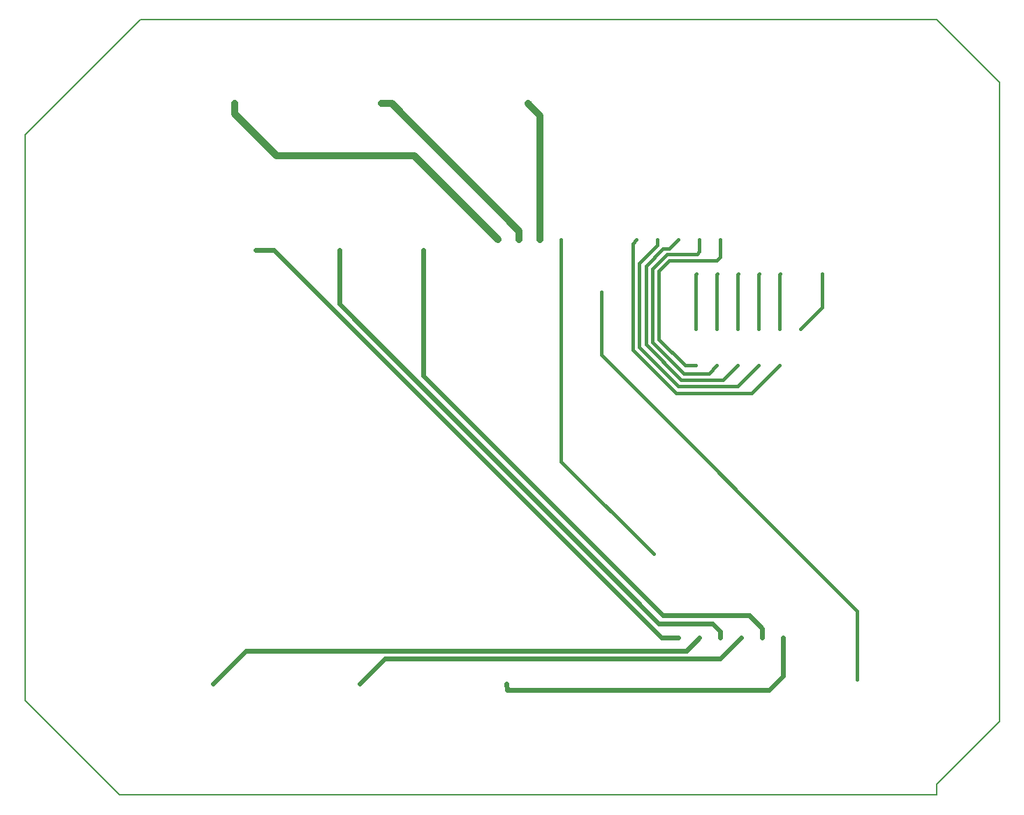
<source format=gbr>
G04 EAGLE Gerber RS-274X export*
G75*
%MOMM*%
%FSLAX34Y34*%
%LPD*%
%INBottom Copper*%
%IPPOS*%
%AMOC8*
5,1,8,0,0,1.08239X$1,22.5*%
G01*
%ADD10C,0.609600*%
%ADD11C,0.406400*%
%ADD12C,0.812800*%
%ADD13C,0.152400*%


D10*
X779400Y88900D02*
X779400Y42800D01*
X762000Y25400D01*
X444500Y25400D01*
X444100Y33600D01*
X754000Y88900D02*
X754000Y100075D01*
X738188Y115888D01*
X633413Y115888D01*
X342900Y406400D02*
X342900Y558800D01*
X342900Y406400D02*
X633413Y115888D01*
X296200Y63500D02*
X266300Y33600D01*
X296200Y63500D02*
X703200Y63500D01*
X728600Y88900D01*
X703200Y88900D02*
X703200Y96900D01*
X693738Y106363D01*
X628650Y106363D01*
X241300Y493713D02*
X241300Y558800D01*
X241300Y493713D02*
X628650Y106363D01*
X677800Y88900D02*
X677800Y88838D01*
X661988Y73025D01*
X127925Y73025D01*
X88500Y33600D01*
X631825Y88900D02*
X652400Y88900D01*
X161925Y558800D02*
X139700Y558800D01*
X161925Y558800D02*
X631825Y88900D01*
D11*
X703200Y550800D02*
X703200Y571500D01*
X703200Y550800D02*
X698500Y546100D01*
X641350Y546100D01*
X628650Y533400D01*
X628650Y450850D01*
X660400Y419100D01*
X673038Y419100D01*
X677800Y557150D02*
X677800Y571500D01*
X677800Y557150D02*
X674688Y554038D01*
X638175Y554038D01*
X620713Y536575D01*
X620713Y447675D01*
X658813Y409575D01*
X688913Y409575D01*
X698438Y419100D01*
X612775Y539750D02*
X633413Y560388D01*
X612775Y539750D02*
X612775Y444500D01*
X655638Y401638D01*
X706375Y401638D01*
X723838Y419100D01*
X641288Y560388D02*
X633413Y560388D01*
X641288Y560388D02*
X652400Y571500D01*
X627000Y571500D02*
X627000Y565088D01*
X604838Y542925D01*
X604838Y441325D01*
X652463Y393700D01*
X723838Y393700D01*
X749238Y419100D01*
X601600Y571438D02*
X601600Y571500D01*
X601600Y571438D02*
X596900Y566738D01*
X596900Y438150D01*
X649288Y385763D01*
X741300Y385763D01*
X774638Y419100D01*
X510160Y302640D02*
X510160Y571500D01*
X510160Y302640D02*
X622300Y190500D01*
D12*
X484760Y571500D02*
X484760Y721740D01*
X469900Y736600D01*
X459360Y582040D02*
X459360Y571500D01*
X459360Y582040D02*
X304800Y736600D01*
X292100Y736600D01*
X114300Y736600D02*
X114300Y723900D01*
X332360Y673100D02*
X433960Y571500D01*
X165100Y673100D02*
X114300Y723900D01*
X165100Y673100D02*
X332360Y673100D01*
D11*
X558800Y508000D02*
X558800Y431800D01*
X869188Y121412D01*
X869188Y38100D01*
X826200Y489713D02*
X826200Y530200D01*
X826200Y489713D02*
X800038Y463550D01*
X774638Y463550D02*
X774638Y529438D01*
X775400Y530200D01*
X749238Y529438D02*
X749238Y463550D01*
X749238Y529438D02*
X750000Y530200D01*
X723838Y529438D02*
X723838Y463550D01*
X723838Y529438D02*
X724600Y530200D01*
X698438Y529438D02*
X698438Y463550D01*
X698438Y529438D02*
X699200Y530200D01*
X673038Y529438D02*
X673038Y463550D01*
X673038Y529438D02*
X673800Y530200D01*
D13*
X965200Y838200D02*
X0Y838200D01*
X965200Y838200D02*
X1041400Y762000D01*
X1041400Y-12700D01*
X965200Y-88900D01*
X965200Y-101600D01*
X-25400Y-101600D01*
X-139700Y12700D01*
X-139700Y698500D01*
X0Y838200D01*
M02*

</source>
